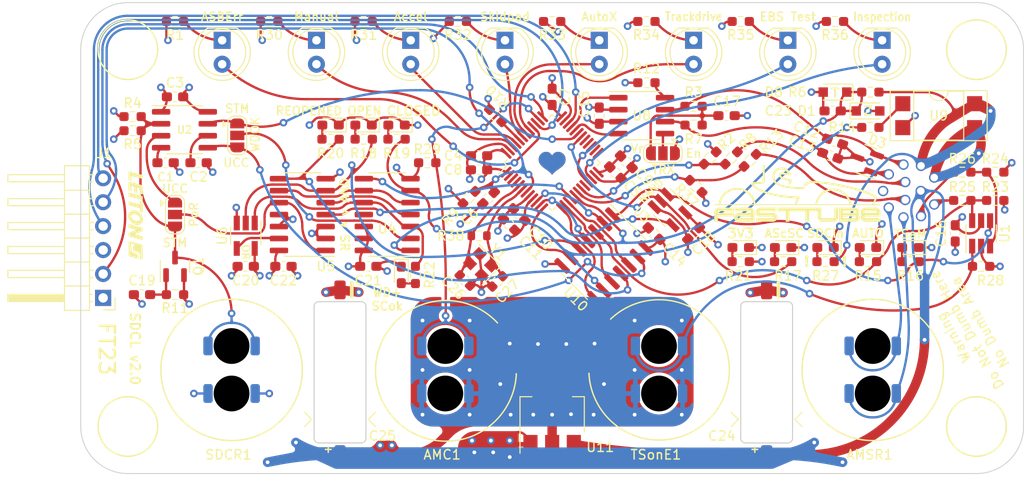
<source format=kicad_pcb>
(kicad_pcb (version 20221018) (generator pcbnew)

  (general
    (thickness 1.6)
  )

  (paper "A4")
  (layers
    (0 "F.Cu" signal)
    (1 "In1.Cu" power "In1-GND.Cu")
    (2 "In2.Cu" power "In2-3V3.Cu")
    (31 "B.Cu" signal)
    (33 "F.Adhes" user "F.Adhesive")
    (35 "F.Paste" user)
    (37 "F.SilkS" user "F.Silkscreen")
    (38 "B.Mask" user)
    (39 "F.Mask" user)
    (40 "Dwgs.User" user "User.Drawings")
    (41 "Cmts.User" user "User.Comments")
    (42 "Eco1.User" user "User.Eco1")
    (43 "Eco2.User" user "User.Eco2")
    (44 "Edge.Cuts" user)
    (45 "Margin" user)
    (46 "B.CrtYd" user "B.Courtyard")
    (47 "F.CrtYd" user "F.Courtyard")
    (49 "F.Fab" user)
  )

  (setup
    (stackup
      (layer "F.SilkS" (type "Top Silk Screen"))
      (layer "F.Paste" (type "Top Solder Paste"))
      (layer "F.Mask" (type "Top Solder Mask") (thickness 0.01))
      (layer "F.Cu" (type "copper") (thickness 0.035))
      (layer "dielectric 1" (type "core") (thickness 0.48) (material "FR4") (epsilon_r 4.5) (loss_tangent 0.02))
      (layer "In1.Cu" (type "copper") (thickness 0.035))
      (layer "dielectric 2" (type "prepreg") (thickness 0.48) (material "FR4") (epsilon_r 4.5) (loss_tangent 0.02))
      (layer "In2.Cu" (type "copper") (thickness 0.035))
      (layer "dielectric 3" (type "core") (thickness 0.48) (material "FR4") (epsilon_r 4.5) (loss_tangent 0.02))
      (layer "B.Cu" (type "copper") (thickness 0.035))
      (layer "B.Mask" (type "Bottom Solder Mask") (thickness 0.01))
      (copper_finish "None")
      (dielectric_constraints no)
    )
    (pad_to_mask_clearance 0)
    (pcbplotparams
      (layerselection 0x00010e0_ffffffff)
      (plot_on_all_layers_selection 0x0000000_00000000)
      (disableapertmacros false)
      (usegerberextensions false)
      (usegerberattributes true)
      (usegerberadvancedattributes true)
      (creategerberjobfile true)
      (dashed_line_dash_ratio 12.000000)
      (dashed_line_gap_ratio 3.000000)
      (svgprecision 6)
      (plotframeref false)
      (viasonmask false)
      (mode 1)
      (useauxorigin false)
      (hpglpennumber 1)
      (hpglpenspeed 20)
      (hpglpendiameter 15.000000)
      (dxfpolygonmode true)
      (dxfimperialunits true)
      (dxfusepcbnewfont true)
      (psnegative false)
      (psa4output false)
      (plotreference true)
      (plotvalue true)
      (plotinvisibletext false)
      (sketchpadsonfab false)
      (subtractmaskfromsilk false)
      (outputformat 1)
      (mirror false)
      (drillshape 0)
      (scaleselection 1)
      (outputdirectory "export/gbr/")
    )
  )

  (net 0 "")
  (net 1 "GND")
  (net 2 "NRST")
  (net 3 "+12V")
  (net 4 "AMC")
  (net 5 "TRACESWO")
  (net 6 "SWDIO")
  (net 7 "SWCLK")
  (net 8 "Net-(Q1-G)")
  (net 9 "AMSRin")
  (net 10 "AMSRout")
  (net 11 "+3.3V")
  (net 12 "/CAN TRX/CAN_H")
  (net 13 "/CAN TRX/CAN_L")
  (net 14 "Net-(U7-PF0)")
  (net 15 "/Connections/SDC_in_3V3")
  (net 16 "Net-(U7-PF1)")
  (net 17 "Net-(D2-K)")
  (net 18 "/Backup AMI/AMI0")
  (net 19 "Net-(D4-A)")
  (net 20 "/Backup AMI/AMI1")
  (net 21 "Net-(D5-A)")
  (net 22 "/Backup AMI/AMI2")
  (net 23 "Net-(D6-A)")
  (net 24 "/Backup AMI/AMI3")
  (net 25 "Net-(D7-A)")
  (net 26 "/Backup AMI/AMI4")
  (net 27 "Net-(D9-A)")
  (net 28 "/Backup AMI/AMI5")
  (net 29 "Net-(D10-A)")
  (net 30 "/Backup AMI/AMI6")
  (net 31 "Net-(J2-Pad1)")
  (net 32 "Net-(J2-Pad9)")
  (net 33 "Net-(R14-Pad2)")
  (net 34 "Net-(D11-A)")
  (net 35 "Net-(D12-A)")
  (net 36 "Net-(D13-A)")
  (net 37 "Net-(D14-K)")
  (net 38 "Net-(D15-K)")
  (net 39 "Net-(D16-K)")
  (net 40 "Net-(D17-K)")
  (net 41 "Net-(D18-K)")
  (net 42 "/Non-Programmable Logic/~{WDO}")
  (net 43 "/Non-Programmable Logic/RP")
  (net 44 "/Non-Programmable Logic/WP")
  (net 45 "/Controller/TS_activate_MUXed")
  (net 46 "/Non-Programmable Logic/close_while_allowed")
  (net 47 "/Non-Programmable Logic/~{reset_all}")
  (net 48 "/Non-Programmable Logic/closing_allowed")
  (net 49 "/Non-Programmable Logic/~{reopen}")
  (net 50 "/Non-Programmable Logic/WD_and_SDCin_ok")
  (net 51 "/Non-Programmable Logic/~{try_close}")
  (net 52 "Net-(J2-Pad11)")
  (net 53 "Net-(J2-Pad12)")
  (net 54 "Net-(D19-K)")
  (net 55 "/Connections/SDC_out")
  (net 56 "/Connections/SDC_in")
  (net 57 "/Connections/TS_activate_dash")
  (net 58 "/Controller/Watchdog")
  (net 59 "WD_OK")
  (net 60 "/CAN TRX/CAN_TX")
  (net 61 "/CAN TRX/CAN_RX")
  (net 62 "Net-(D20-K)")
  (net 63 "/Connections/ASMS")
  (net 64 "/Buttons/~{SDC_reset}")
  (net 65 "/Controller/AS_close_SDC")
  (net 66 "CLOSED")
  (net 67 "INITIAL_OPEN")
  (net 68 "REOPENED")
  (net 69 "/Buttons/TS_activate_ext")
  (net 70 "/Controller/SDC_is_ready")
  (net 71 "Net-(JP1-C)")
  (net 72 "Net-(JPPoR1-A)")
  (net 73 "Net-(U7-BOOT0)")
  (net 74 "Net-(U8-Rs)")
  (net 75 "unconnected-(U7-PA8-Pad29)")
  (net 76 "unconnected-(U7-PB15-Pad28)")
  (net 77 "unconnected-(U7-PB14-Pad27)")
  (net 78 "unconnected-(U7-PB13-Pad26)")
  (net 79 "unconnected-(U7-PB12-Pad25)")
  (net 80 "unconnected-(U7-PB2-Pad20)")
  (net 81 "Net-(U7-PA5)")
  (net 82 "Net-(U7-PA4)")
  (net 83 "Net-(U7-PA3)")
  (net 84 "Net-(U7-PA2)")
  (net 85 "/CAN TRX/Vref")
  (net 86 "Net-(U7-PA1)")
  (net 87 "unconnected-(U4-Pad11)")
  (net 88 "Net-(U7-PA0)")
  (net 89 "LV_SENSE_2")
  (net 90 "LV_SENSE_1")
  (net 91 "unconnected-(U7-PC15-Pad4)")
  (net 92 "/Controller/asb_error")
  (net 93 "unconnected-(U7-PC14-Pad3)")
  (net 94 "unconnected-(U7-PC13-Pad2)")

  (footprint "Capacitor_SMD:C_0603_1608Metric_Pad1.08x0.95mm_HandSolder" (layer "F.Cu") (at 109 67))

  (footprint "Capacitor_SMD:C_0603_1608Metric_Pad1.08x0.95mm_HandSolder" (layer "F.Cu") (at 112.5 67))

  (footprint "Capacitor_SMD:C_0603_1608Metric_Pad1.08x0.95mm_HandSolder" (layer "F.Cu") (at 110 60 180))

  (footprint "Capacitor_SMD:C_0603_1608Metric_Pad1.08x0.95mm_HandSolder" (layer "F.Cu") (at 142.25 66.25 180))

  (footprint "Capacitor_SMD:C_0603_1608Metric_Pad1.08x0.95mm_HandSolder" (layer "F.Cu") (at 156.717515 68.06066 -45))

  (footprint "Capacitor_SMD:C_0603_1608Metric_Pad1.08x0.95mm_HandSolder" (layer "F.Cu") (at 143.25 70.75 -135))

  (footprint "Capacitor_SMD:C_0603_1608Metric_Pad1.08x0.95mm_HandSolder" (layer "F.Cu") (at 150 60 90))

  (footprint "Capacitor_SMD:C_0603_1608Metric_Pad1.08x0.95mm_HandSolder" (layer "F.Cu") (at 142.25 67.75 180))

  (footprint "Capacitor_SMD:C_0603_1608Metric_Pad1.08x0.95mm_HandSolder" (layer "F.Cu") (at 157.867538 66.897577 -45))

  (footprint "Capacitor_SMD:C_0603_1608Metric_Pad1.08x0.95mm_HandSolder" (layer "F.Cu") (at 146.5 72.5 135))

  (footprint "Capacitor_SMD:C_0603_1608Metric_Pad1.08x0.95mm_HandSolder" (layer "F.Cu") (at 145.43934 73.56066 135))

  (footprint "Capacitor_SMD:C_0603_1608Metric_Pad1.08x0.95mm_HandSolder" (layer "F.Cu") (at 180 64.75 -20))

  (footprint "Capacitor_SMD:C_0603_1608Metric_Pad1.08x0.95mm_HandSolder" (layer "F.Cu") (at 179.5 66.25 160))

  (footprint "Package_TO_SOT_SMD:SOT-23-5_HandSoldering" (layer "F.Cu") (at 162.5 72 -45))

  (footprint "Capacitor_SMD:C_0603_1608Metric_Pad1.08x0.95mm_HandSolder" (layer "F.Cu") (at 155 62 90))

  (footprint "Package_TO_SOT_SMD:SOT-23-5_HandSoldering" (layer "F.Cu") (at 117.5 74.75 -90))

  (footprint "Resistor_SMD:R_0603_1608Metric_Pad0.98x0.95mm_HandSolder" (layer "F.Cu") (at 105.5 62.1))

  (footprint "Resistor_SMD:R_0603_1608Metric_Pad0.98x0.95mm_HandSolder" (layer "F.Cu") (at 105.5 63.6 180))

  (footprint "Resistor_SMD:R_0603_1608Metric_Pad0.98x0.95mm_HandSolder" (layer "F.Cu") (at 183.75 59.5 180))

  (footprint "Resistor_SMD:R_0603_1608Metric_Pad0.98x0.95mm_HandSolder" (layer "F.Cu") (at 141.18934 70.68934 45))

  (footprint "Resistor_SMD:R_0603_1608Metric_Pad0.98x0.95mm_HandSolder" (layer "F.Cu") (at 144 62 135))

  (footprint "Resistor_SMD:R_0603_1608Metric_Pad0.98x0.95mm_HandSolder" (layer "F.Cu") (at 160 58.5 180))

  (footprint "Package_TO_SOT_SMD:SOT-23-6_Handsoldering" (layer "F.Cu") (at 195.5 74.5 90))

  (footprint "Package_SO:SOIC-8_3.9x4.9mm_P1.27mm" (layer "F.Cu") (at 111 63.5))

  (footprint "Package_SO:SOIC-14_3.9x8.7mm_P1.27mm" (layer "F.Cu") (at 132.5 72.5 180))

  (footprint "Package_SO:SOIC-14_3.9x8.7mm_P1.27mm" (layer "F.Cu") (at 123.5 72.503922 180))

  (footprint "Package_QFP:LQFP-48_7x7mm_P0.5mm" (layer "F.Cu") (at 150 67 45))

  (footprint "Package_SO:SOIC-8_3.9x4.9mm_P1.27mm" (layer "F.Cu") (at 159.5 62))

  (footprint "Resistor_SMD:R_0603_1608Metric_Pad0.98x0.95mm_HandSolder" (layer "F.Cu") (at 183.75 63.25))

  (footprint "Package_DIP:DIP-4_W7.62mm_SMDSocket_SmallPads" (layer "F.Cu") (at 191 62))

  (footprint "Capacitor_SMD:C_0603_1608Metric_Pad1.08x0.95mm_HandSolder" (layer "F.Cu") (at 192.75 74.5 90))

  (footprint "Capacitor_SMD:C_0603_1608Metric_Pad1.08x0.95mm_HandSolder" (layer "F.Cu") (at 165 74.5 45))

  (footprint "Capacitor_SMD:C_0603_1608Metric_Pad1.08x0.95mm_HandSolder" (layer "F.Cu") (at 117.5 78))

  (footprint "Capacitor_SMD:C_0603_1608Metric_Pad1.08x0.95mm_HandSolder" (layer "F.Cu") (at 130.5 78 180))

  (footprint "Capacitor_SMD:C_0603_1608Metric_Pad1.08x0.95mm_HandSolder" (layer "F.Cu") (at 121.5 78 180))

  (footprint "Diode_SMD:D_0603_1608Metric_Pad1.05x0.95mm_HandSolder" (layer "F.Cu") (at 183.5 76 180))

  (footprint "Diode_SMD:D_0603_1608Metric_Pad1.05x0.95mm_HandSolder" (layer "F.Cu") (at 188 76 180))

  (footprint "Diode_SMD:D_0603_1608Metric_Pad1.05x0.95mm_HandSolder" (layer "F.Cu") (at 174.5 76 180))

  (footprint "Diode_SMD:D_0603_1608Metric_Pad1.05x0.95mm_HandSolder" (layer "F.Cu") (at 130 63 180))

  (footprint "Diode_SMD:D_0603_1608Metric_Pad1.05x0.95mm_HandSolder" (layer "F.Cu") (at 133.5 63 180))

  (footprint "Diode_SMD:D_0603_1608Metric_Pad1.05x0.95mm_HandSolder" (layer "F.Cu") (at 126.5 63 180))

  (footprint "Diode_SMD:D_0603_1608Metric_Pad1.05x0.95mm_HandSolder" (layer "F.Cu") (at 170 76 180))

  (footprint "Resistor_SMD:R_0603_1608Metric_Pad0.98x0.95mm_HandSolder" (layer "F.Cu") (at 183.5 77.5 180))

  (footprint "Resistor_SMD:R_0603_1608Metric_Pad0.98x0.95mm_HandSolder" (layer "F.Cu") (at 188 77.5))

  (footprint "Diode_SMD:D_0603_1608Metric_Pad1.05x0.95mm_HandSolder" (layer "F.Cu") (at 134 78.9125 -90))

  (footprint "Resistor_SMD:R_0603_1608Metric_Pad0.98x0.95mm_HandSolder" (layer "F.Cu") (at 174.5 77.5 180))

  (footprint "Resistor_SMD:R_0603_1608Metric_Pad0.98x0.95mm_HandSolder" (layer "F.Cu") (at 130.016666 64.5 180))

  (footprint "Resistor_SMD:R_0603_1608Metric_Pad0.98x0.95mm_HandSolder" (layer "F.Cu")
    (tstamp 00000000-0000-0000-0000-000061ba033e)
    (at 133.5 64.5 180)
    (descr "Resistor SMD 0603 (1608 Metric), square (rectangular) end terminal, IPC_7351 nominal with elongated pad for handsoldering. (Body size source: IPC-SM-782 page 72, https://www.pcb-3d.com/wordpress/wp-content/uploads/ipc-sm-782a_amendment_1_and_2.pdf), generated with kicad-footprint-generator")
    (tags "resistor handsolder")
    (property "Sheetfile" "npl.kicad_sch")
    (property "Sheetname" "Non-Programmable Logic")
    (property "ki_description" "Resistor")
    (property "ki_keywords" "R res resistor")
    (p
... [1585378 chars truncated]
</source>
